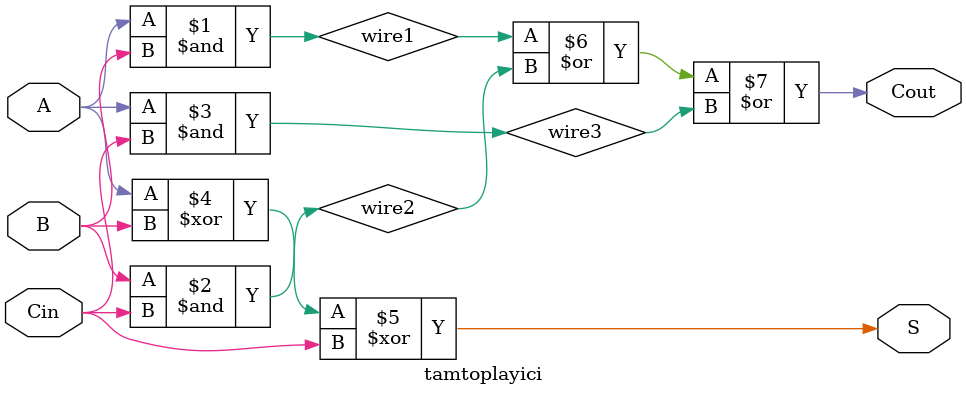
<source format=v>
module tamtoplayici(
    input A,
    input B,
    input Cin,
    output S,
    output Cout
);

//S = A xor B xor Cin
//Cout = AB + BCin + ACin

wire wire1;
wire wire2;
wire wire3;

and (wire1,A,B);
and (wire2,B,Cin);
and (wire3,A,Cin);

xor (S,A,B,Cin);
or (Cout,wire1,wire2,wire3);

endmodule
</source>
